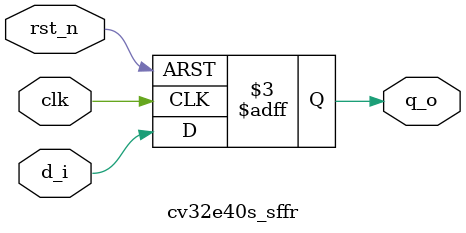
<source format=sv>


module cv32e40s_sffr
#(
  parameter LIB = 0
  )
  (
   input  logic  clk,
   input  logic  rst_n,
   input  logic  d_i,
   output logic  q_o
   );

  always_ff @(posedge clk, negedge rst_n) begin
    if (rst_n == 1'b0) begin
      q_o <= 1'b0;
    end else begin
      q_o <= d_i;
    end
  end

endmodule : cv32e40s_sffr


</source>
